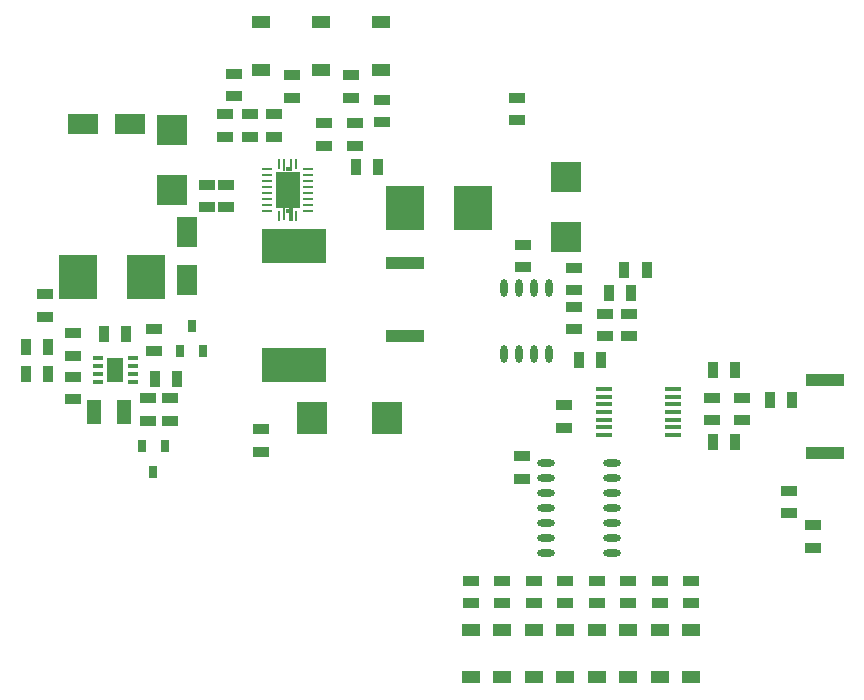
<source format=gbr>
%TF.GenerationSoftware,KiCad,Pcbnew,6.0.4-6f826c9f35~116~ubuntu20.04.1*%
%TF.CreationDate,2022-07-20T11:28:41+00:00*%
%TF.ProjectId,LION2CELL01D,4c494f4e-3243-4454-9c4c-3031442e6b69,rev?*%
%TF.SameCoordinates,Original*%
%TF.FileFunction,Paste,Bot*%
%TF.FilePolarity,Positive*%
%FSLAX46Y46*%
G04 Gerber Fmt 4.6, Leading zero omitted, Abs format (unit mm)*
G04 Created by KiCad (PCBNEW 6.0.4-6f826c9f35~116~ubuntu20.04.1) date 2022-07-20 11:28:41*
%MOMM*%
%LPD*%
G01*
G04 APERTURE LIST*
G04 Aperture macros list*
%AMOutline4P*
0 Free polygon, 4 corners , with rotation*
0 The origin of the aperture is its center*
0 number of corners: always 4*
0 $1 to $8 corner X, Y*
0 $9 Rotation angle, in degrees counterclockwise*
0 create outline with 4 corners*
4,1,4,$1,$2,$3,$4,$5,$6,$7,$8,$1,$2,$9*%
G04 Aperture macros list end*
%ADD10R,1.397000X0.889000*%
%ADD11R,0.889000X1.397000*%
%ADD12R,2.499360X1.800860*%
%ADD13R,1.800860X2.499360*%
%ADD14R,1.500000X1.050000*%
%ADD15R,5.500000X3.000000*%
%ADD16R,0.800100X1.000760*%
%ADD17R,3.200000X1.000000*%
%ADD18R,0.850000X0.350000*%
%ADD19R,1.400000X2.000000*%
%ADD20O,1.473200X0.609600*%
%ADD21R,1.450000X0.450000*%
%ADD22R,0.280000X0.850000*%
%ADD23R,0.850000X0.280000*%
%ADD24R,0.280000X1.125000*%
%ADD25R,0.400000X0.450000*%
%ADD26Outline4P,-0.562500X-0.140000X0.562500X-0.140000X0.562500X0.140000X-0.562500X0.140000X90.000000*%
%ADD27R,2.050000X3.050000*%
%ADD28R,2.499360X2.550160*%
%ADD29R,2.550160X2.700020*%
%ADD30R,3.330000X3.810000*%
%ADD31R,1.200000X2.000000*%
%ADD32O,0.609600X1.473200*%
G04 APERTURE END LIST*
D10*
%TO.C,C1*%
X8890000Y27876500D03*
X8890000Y25971500D03*
%TD*%
D11*
%TO.C,C5*%
X11493500Y31496000D03*
X13398500Y31496000D03*
%TD*%
D10*
%TO.C,C6*%
X21717000Y48196500D03*
X21717000Y50101500D03*
%TD*%
%TO.C,C7*%
X21869400Y44132500D03*
X21869400Y42227500D03*
%TD*%
%TO.C,C8*%
X15748000Y30035500D03*
X15748000Y31940500D03*
%TD*%
%TO.C,C9*%
X32766000Y47434500D03*
X32766000Y49339500D03*
%TD*%
%TO.C,C11*%
X24765000Y23431500D03*
X24765000Y21526500D03*
%TD*%
%TO.C,C12*%
X50419000Y25463500D03*
X50419000Y23558500D03*
%TD*%
%TO.C,C13*%
X62992000Y26098500D03*
X62992000Y24193500D03*
%TD*%
%TO.C,C14*%
X69469000Y18224500D03*
X69469000Y16319500D03*
%TD*%
D11*
%TO.C,C15*%
X63055500Y22352000D03*
X64960500Y22352000D03*
%TD*%
%TO.C,C16*%
X63055500Y28448000D03*
X64960500Y28448000D03*
%TD*%
D10*
%TO.C,C17*%
X53911500Y31305500D03*
X53911500Y33210500D03*
%TD*%
%TO.C,C18*%
X46863000Y21145500D03*
X46863000Y19240500D03*
%TD*%
D12*
%TO.C,D1*%
X9718040Y49276000D03*
X13716000Y49276000D03*
%TD*%
D13*
%TO.C,D2*%
X18542000Y40098980D03*
X18542000Y36101020D03*
%TD*%
D14*
%TO.C,D3*%
X24765000Y53880000D03*
X24765000Y57880000D03*
%TD*%
%TO.C,D4*%
X29845000Y53880000D03*
X29845000Y57880000D03*
%TD*%
%TO.C,D7*%
X42545000Y2445000D03*
X42545000Y6445000D03*
%TD*%
%TO.C,D8*%
X45212000Y2445000D03*
X45212000Y6445000D03*
%TD*%
%TO.C,D9*%
X47879000Y2445000D03*
X47879000Y6445000D03*
%TD*%
%TO.C,D10*%
X50546000Y2445000D03*
X50546000Y6445000D03*
%TD*%
%TO.C,D11*%
X53213000Y2445000D03*
X53213000Y6445000D03*
%TD*%
%TO.C,D12*%
X55880000Y2445000D03*
X55880000Y6445000D03*
%TD*%
%TO.C,D13*%
X58547000Y2445000D03*
X58547000Y6445000D03*
%TD*%
D15*
%TO.C,L1*%
X27559000Y38909000D03*
X27559000Y28909000D03*
%TD*%
D16*
%TO.C,Q1*%
X18923000Y32214820D03*
X19875500Y30015180D03*
X17970500Y30015180D03*
%TD*%
D10*
%TO.C,R1*%
X6477000Y32956500D03*
X6477000Y34861500D03*
%TD*%
D11*
%TO.C,R3*%
X6794500Y30353000D03*
X4889500Y30353000D03*
%TD*%
D10*
%TO.C,R5*%
X35052000Y51308000D03*
X35052000Y49403000D03*
%TD*%
%TO.C,R6*%
X22479000Y51625500D03*
X22479000Y53530500D03*
%TD*%
%TO.C,R7*%
X27432000Y51498500D03*
X27432000Y53403500D03*
%TD*%
%TO.C,R8*%
X32385000Y51498500D03*
X32385000Y53403500D03*
%TD*%
D11*
%TO.C,R9*%
X15811500Y27686000D03*
X17716500Y27686000D03*
%TD*%
D10*
%TO.C,R10*%
X17081500Y26035000D03*
X17081500Y24130000D03*
%TD*%
%TO.C,R11*%
X25908000Y48196500D03*
X25908000Y50101500D03*
%TD*%
%TO.C,R12*%
X23876000Y48196500D03*
X23876000Y50101500D03*
%TD*%
D11*
%TO.C,R13*%
X32829500Y45593000D03*
X34734500Y45593000D03*
%TD*%
D17*
%TO.C,R16*%
X36957000Y37517000D03*
X36957000Y31317000D03*
%TD*%
D10*
%TO.C,R18*%
X65532000Y24193500D03*
X65532000Y26098500D03*
%TD*%
D11*
%TO.C,R19*%
X69786500Y25908000D03*
X67881500Y25908000D03*
%TD*%
D10*
%TO.C,R20*%
X71501000Y13398500D03*
X71501000Y15303500D03*
%TD*%
%TO.C,R21*%
X15240000Y24130000D03*
X15240000Y26035000D03*
%TD*%
%TO.C,R23*%
X55943500Y33210500D03*
X55943500Y31305500D03*
%TD*%
D11*
%TO.C,R24*%
X51689000Y29273500D03*
X53594000Y29273500D03*
%TD*%
D10*
%TO.C,R25*%
X51308000Y35179000D03*
X51308000Y37084000D03*
%TD*%
%TO.C,R26*%
X51308000Y31877000D03*
X51308000Y33782000D03*
%TD*%
%TO.C,R27*%
X42545000Y8699500D03*
X42545000Y10604500D03*
%TD*%
%TO.C,R28*%
X45212000Y8699500D03*
X45212000Y10604500D03*
%TD*%
%TO.C,R29*%
X47879000Y8699500D03*
X47879000Y10604500D03*
%TD*%
%TO.C,R30*%
X50546000Y8699500D03*
X50546000Y10604500D03*
%TD*%
%TO.C,R31*%
X53213000Y8699500D03*
X53213000Y10604500D03*
%TD*%
%TO.C,R32*%
X55880000Y8699500D03*
X55880000Y10604500D03*
%TD*%
%TO.C,R33*%
X58547000Y8699500D03*
X58547000Y10604500D03*
%TD*%
D18*
%TO.C,U1*%
X10971000Y27473000D03*
X10971000Y28123000D03*
X10971000Y28773000D03*
X10971000Y29423000D03*
X13921000Y29423000D03*
X13921000Y28773000D03*
X13921000Y28123000D03*
X13921000Y27473000D03*
D19*
X12446000Y28448000D03*
%TD*%
D20*
%TO.C,U4*%
X48895000Y12954000D03*
X48895000Y14224000D03*
X48895000Y15494000D03*
X48895000Y16764000D03*
X48895000Y18034000D03*
X48895000Y19304000D03*
X48895000Y20574000D03*
X54483000Y20574000D03*
X54483000Y19304000D03*
X54483000Y18034000D03*
X54483000Y16764000D03*
X54483000Y15494000D03*
X54483000Y14224000D03*
X54483000Y12954000D03*
%TD*%
D21*
%TO.C,U3*%
X53819000Y22942000D03*
X53819000Y23592000D03*
X53819000Y24242000D03*
X53819000Y24892000D03*
X53819000Y25542000D03*
X53819000Y26192000D03*
X53819000Y26842000D03*
X59719000Y26842000D03*
X59719000Y26192000D03*
X59719000Y25542000D03*
X59719000Y24892000D03*
X59719000Y24242000D03*
X59719000Y23592000D03*
X59719000Y22942000D03*
%TD*%
D10*
%TO.C,R4*%
X46482000Y51498500D03*
X46482000Y49593500D03*
%TD*%
%TO.C,R14*%
X30099000Y49339500D03*
X30099000Y47434500D03*
%TD*%
D22*
%TO.C,U2*%
X26301000Y41463000D03*
D23*
X25326000Y41938000D03*
X25326000Y42438000D03*
X25326000Y42938000D03*
X25326000Y43438000D03*
X25326000Y43938000D03*
X25326000Y44438000D03*
X25326000Y44938000D03*
X25326000Y45438000D03*
D22*
X26301000Y45913000D03*
X27801000Y45913000D03*
D23*
X28776000Y45438000D03*
X28776000Y44938000D03*
X28776000Y44438000D03*
X28776000Y43938000D03*
X28776000Y43438000D03*
X28776000Y42938000D03*
X28776000Y42438000D03*
X28776000Y41938000D03*
D22*
X27801000Y41463000D03*
D24*
X26751000Y45763000D03*
X27351000Y45763000D03*
D25*
X27051000Y45438000D03*
D26*
X27351000Y41613000D03*
D25*
X27051000Y41938000D03*
D27*
X27051000Y43688000D03*
D24*
X26751000Y41613000D03*
%TD*%
D14*
%TO.C,D5*%
X34925000Y53880000D03*
X34925000Y57880000D03*
%TD*%
D10*
%TO.C,C4*%
X8890000Y31559500D03*
X8890000Y29654500D03*
%TD*%
%TO.C,C3*%
X20193000Y44132500D03*
X20193000Y42227500D03*
%TD*%
D28*
%TO.C,C2*%
X17272000Y48768000D03*
X17272000Y43718480D03*
%TD*%
D29*
%TO.C,C10*%
X29083000Y24384000D03*
X35433000Y24384000D03*
%TD*%
D11*
%TO.C,R2*%
X6794500Y28067000D03*
X4889500Y28067000D03*
%TD*%
D14*
%TO.C,D14*%
X61214000Y2445000D03*
X61214000Y6445000D03*
%TD*%
D10*
%TO.C,R34*%
X61214000Y8699500D03*
X61214000Y10604500D03*
%TD*%
D30*
%TO.C,F1*%
X9282000Y36322000D03*
X15102000Y36322000D03*
%TD*%
%TO.C,F3*%
X36968000Y42164000D03*
X42788000Y42164000D03*
%TD*%
D31*
%TO.C,J15*%
X13208000Y24892000D03*
X10668000Y24892000D03*
%TD*%
D10*
%TO.C,C19*%
X46990000Y37147500D03*
X46990000Y39052500D03*
%TD*%
D28*
%TO.C,C20*%
X50609500Y39702740D03*
X50609500Y44752260D03*
%TD*%
D32*
%TO.C,U5*%
X49212500Y29781500D03*
X47942500Y29781500D03*
X46672500Y29781500D03*
X45402500Y29781500D03*
X45402500Y35369500D03*
X46672500Y35369500D03*
X47942500Y35369500D03*
X49212500Y35369500D03*
%TD*%
D11*
%TO.C,R35*%
X56134000Y34988500D03*
X54229000Y34988500D03*
%TD*%
%TO.C,R36*%
X57467500Y36893500D03*
X55562500Y36893500D03*
%TD*%
D16*
%TO.C,U6*%
X14732000Y21991320D03*
X16637000Y21991320D03*
X15684500Y19791680D03*
%TD*%
D17*
%TO.C,R22*%
X72517000Y21411000D03*
X72517000Y27611000D03*
%TD*%
M02*

</source>
